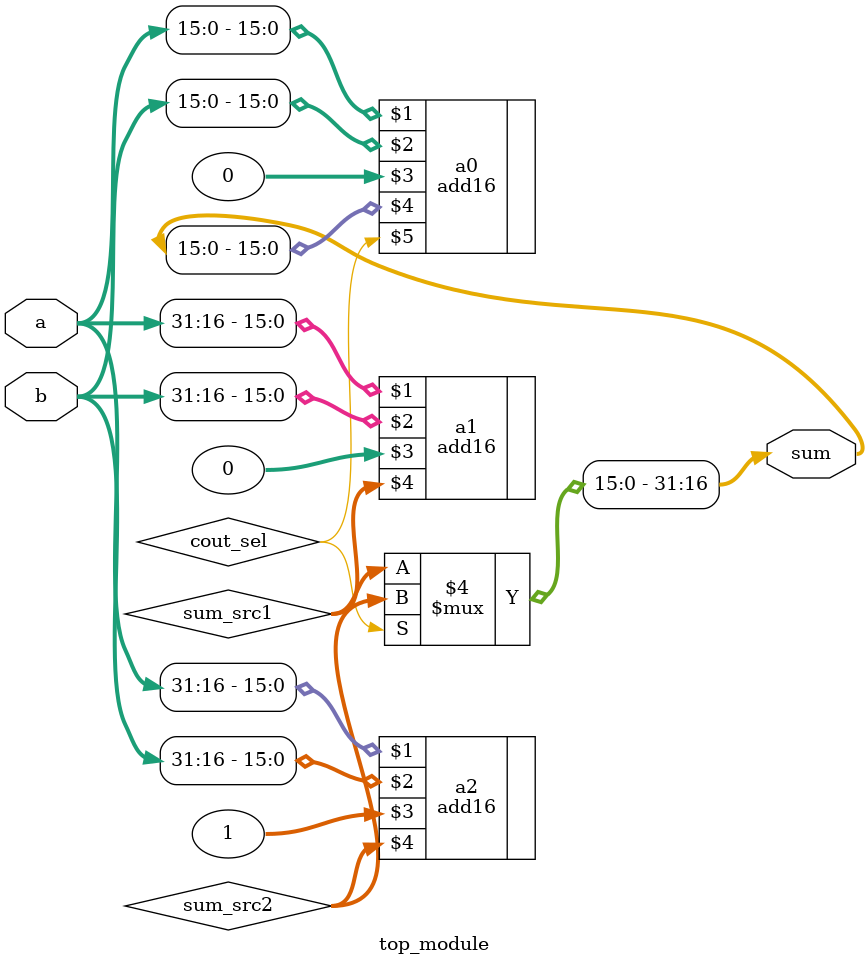
<source format=v>
module top_module(
    input [31:0] a,
    input [31:0] b,
    output [31:0] sum
);
    wire cout_sel;
    wire [15:0] sum_src1, sum_src2;
    
    add16 a0(a[15:0], b[15:0], 0, sum[15:0], cout_sel);
    add16 a1(a[31:16], b[31:16], 0, sum_src1[15:0], );
    add16 a2(a[31:16], b[31:16], 1, sum_src2[15:0], );
    
    assign sum[31:16] = cout_sel ? sum_src2 : sum_src1;
    /*
    always@(cout_sel) begin
    if (cout_sel == 0)
        sum[31:16] = sum_src1[15:0];
    else
        sum[31:16] = sum_src2[15:0];
    end
    */
endmodule

</source>
